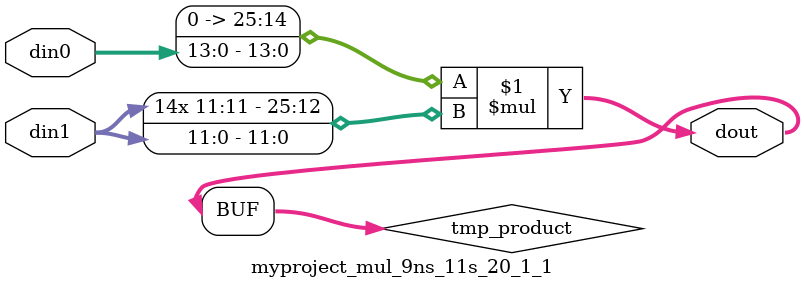
<source format=v>

`timescale 1 ns / 1 ps

 module myproject_mul_9ns_11s_20_1_1(din0, din1, dout);
parameter ID = 1;
parameter NUM_STAGE = 0;
parameter din0_WIDTH = 14;
parameter din1_WIDTH = 12;
parameter dout_WIDTH = 26;

input [din0_WIDTH - 1 : 0] din0; 
input [din1_WIDTH - 1 : 0] din1; 
output [dout_WIDTH - 1 : 0] dout;

wire signed [dout_WIDTH - 1 : 0] tmp_product;

























assign tmp_product = $signed({1'b0, din0}) * $signed(din1);










assign dout = tmp_product;





















endmodule

</source>
